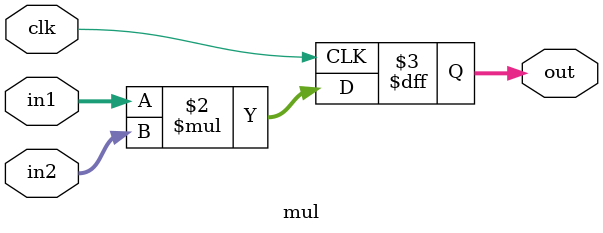
<source format=v>
module mul(in1, in2, clk, out);
  input [15:0] in1, in2;
  input clk;
  output reg [31:0] out;
  
  always @(posedge clk)
   begin
	out = in1 * in2;
   end
endmodule 
</source>
